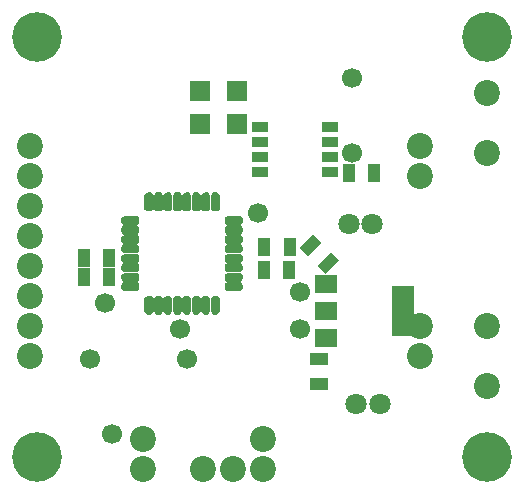
<source format=gbs>
%FSLAX34Y34*%
%MOMM*%
%LNSOLDERMASK_BOTTOM*%
G71*
G01*
%ADD10C, 4.20*%
%ADD11C, 1.70*%
%ADD12C, 2.20*%
%ADD13C, 0.20*%
%ADD14R, 0.70X0.70*%
%ADD15R, 1.00X1.63*%
%ADD16R, 1.63X1.00*%
%ADD17R, 1.80X1.80*%
%ADD18R, 1.90X1.60*%
%ADD19R, 1.90X4.20*%
%ADD20C, 1.80*%
%ADD21R, 1.40X0.92*%
%LPD*%
X412750Y162050D02*
G54D10*
D03*
X412750Y-193550D02*
G54D10*
D03*
X31750Y162050D02*
G54D10*
D03*
X31750Y-193550D02*
G54D10*
D03*
X254000Y-85600D02*
G54D11*
D03*
X254000Y-53850D02*
G54D11*
D03*
X298450Y63500D02*
G54D11*
D03*
X298450Y127000D02*
G54D11*
D03*
X355600Y69850D02*
G54D12*
D03*
X355600Y44450D02*
G54D12*
D03*
X25400Y69850D02*
G54D12*
D03*
X25400Y44450D02*
G54D12*
D03*
X25400Y19050D02*
G54D12*
D03*
X25400Y-6350D02*
G54D12*
D03*
X25400Y-31750D02*
G54D12*
D03*
X25400Y-57150D02*
G54D12*
D03*
X355600Y-82550D02*
G54D12*
D03*
X355600Y-107950D02*
G54D12*
D03*
X412750Y-133350D02*
G54D12*
D03*
X412750Y114300D02*
G54D12*
D03*
X412750Y63500D02*
G54D12*
D03*
X412750Y-82550D02*
G54D12*
D03*
X222683Y-178684D02*
G54D12*
D03*
X222683Y-204084D02*
G54D12*
D03*
X197283Y-204084D02*
G54D12*
D03*
X171880Y-204080D02*
G54D12*
D03*
X121083Y-204084D02*
G54D12*
D03*
X121083Y-178684D02*
G54D12*
D03*
X25400Y-82550D02*
G54D12*
D03*
X25400Y-107950D02*
G54D12*
D03*
X95250Y-174500D02*
G54D11*
D03*
X158750Y-111000D02*
G54D11*
D03*
X152400Y-85600D02*
G54D11*
D03*
X76200Y-111000D02*
G54D11*
D03*
X88900Y-63500D02*
G54D11*
D03*
X218892Y12714D02*
G54D11*
D03*
G36*
X205350Y7475D02*
X203350Y9475D01*
X192350Y9475D01*
X191350Y8475D01*
X191350Y4475D01*
X192350Y3475D01*
X203350Y3475D01*
X205350Y5475D01*
X205350Y7475D01*
G37*
G54D13*
X205350Y7475D02*
X203350Y9475D01*
X192350Y9475D01*
X191350Y8475D01*
X191350Y4475D01*
X192350Y3475D01*
X203350Y3475D01*
X205350Y5475D01*
X205350Y7475D01*
G36*
X205350Y-525D02*
X203350Y1475D01*
X192350Y1475D01*
X191350Y475D01*
X191350Y-3525D01*
X192350Y-4525D01*
X203350Y-4525D01*
X205350Y-2525D01*
X205350Y-525D01*
G37*
G54D13*
X205350Y-525D02*
X203350Y1475D01*
X192350Y1475D01*
X191350Y475D01*
X191350Y-3525D01*
X192350Y-4525D01*
X203350Y-4525D01*
X205350Y-2525D01*
X205350Y-525D01*
X196850Y6475D02*
G54D14*
D03*
X196850Y-1525D02*
G54D14*
D03*
G36*
X205350Y-8525D02*
X203350Y-6525D01*
X192350Y-6525D01*
X191350Y-7525D01*
X191350Y-11525D01*
X192350Y-12525D01*
X203350Y-12525D01*
X205350Y-10525D01*
X205350Y-8525D01*
G37*
G54D13*
X205350Y-8525D02*
X203350Y-6525D01*
X192350Y-6525D01*
X191350Y-7525D01*
X191350Y-11525D01*
X192350Y-12525D01*
X203350Y-12525D01*
X205350Y-10525D01*
X205350Y-8525D01*
G36*
X205350Y-16525D02*
X203350Y-14525D01*
X192350Y-14525D01*
X191350Y-15525D01*
X191350Y-19525D01*
X192350Y-20525D01*
X203350Y-20525D01*
X205350Y-18525D01*
X205350Y-16525D01*
G37*
G54D13*
X205350Y-16525D02*
X203350Y-14525D01*
X192350Y-14525D01*
X191350Y-15525D01*
X191350Y-19525D01*
X192350Y-20525D01*
X203350Y-20525D01*
X205350Y-18525D01*
X205350Y-16525D01*
X196850Y-9525D02*
G54D14*
D03*
X196850Y-17525D02*
G54D14*
D03*
G36*
X205350Y-24525D02*
X203350Y-22525D01*
X192350Y-22525D01*
X191350Y-23525D01*
X191350Y-27525D01*
X192350Y-28525D01*
X203350Y-28525D01*
X205350Y-26525D01*
X205350Y-24525D01*
G37*
G54D13*
X205350Y-24525D02*
X203350Y-22525D01*
X192350Y-22525D01*
X191350Y-23525D01*
X191350Y-27525D01*
X192350Y-28525D01*
X203350Y-28525D01*
X205350Y-26525D01*
X205350Y-24525D01*
G36*
X205350Y-32525D02*
X203350Y-30525D01*
X192350Y-30525D01*
X191350Y-31525D01*
X191350Y-35525D01*
X192350Y-36525D01*
X203350Y-36525D01*
X205350Y-34525D01*
X205350Y-32525D01*
G37*
G54D13*
X205350Y-32525D02*
X203350Y-30525D01*
X192350Y-30525D01*
X191350Y-31525D01*
X191350Y-35525D01*
X192350Y-36525D01*
X203350Y-36525D01*
X205350Y-34525D01*
X205350Y-32525D01*
X196850Y-25525D02*
G54D14*
D03*
X196850Y-33525D02*
G54D14*
D03*
G36*
X205350Y-40525D02*
X203350Y-38525D01*
X192350Y-38525D01*
X191350Y-39525D01*
X191350Y-43525D01*
X192350Y-44525D01*
X203350Y-44525D01*
X205350Y-42525D01*
X205350Y-40525D01*
G37*
G54D13*
X205350Y-40525D02*
X203350Y-38525D01*
X192350Y-38525D01*
X191350Y-39525D01*
X191350Y-43525D01*
X192350Y-44525D01*
X203350Y-44525D01*
X205350Y-42525D01*
X205350Y-40525D01*
G36*
X205350Y-48525D02*
X203350Y-46525D01*
X192350Y-46525D01*
X191350Y-47525D01*
X191350Y-51525D01*
X192350Y-52525D01*
X203350Y-52525D01*
X205350Y-50525D01*
X205350Y-48525D01*
G37*
G54D13*
X205350Y-48525D02*
X203350Y-46525D01*
X192350Y-46525D01*
X191350Y-47525D01*
X191350Y-51525D01*
X192350Y-52525D01*
X203350Y-52525D01*
X205350Y-50525D01*
X205350Y-48525D01*
X196850Y-41525D02*
G54D14*
D03*
X196850Y-49525D02*
G54D14*
D03*
G36*
X125350Y29475D02*
X123350Y27475D01*
X123350Y16475D01*
X124350Y15475D01*
X128350Y15475D01*
X129350Y16475D01*
X129350Y27475D01*
X127350Y29475D01*
X125350Y29475D01*
G37*
G54D13*
X125350Y29475D02*
X123350Y27475D01*
X123350Y16475D01*
X124350Y15475D01*
X128350Y15475D01*
X129350Y16475D01*
X129350Y27475D01*
X127350Y29475D01*
X125350Y29475D01*
G36*
X133350Y29475D02*
X131350Y27475D01*
X131350Y16475D01*
X132350Y15475D01*
X136350Y15475D01*
X137350Y16475D01*
X137350Y27475D01*
X135350Y29475D01*
X133350Y29475D01*
G37*
G54D13*
X133350Y29475D02*
X131350Y27475D01*
X131350Y16475D01*
X132350Y15475D01*
X136350Y15475D01*
X137350Y16475D01*
X137350Y27475D01*
X135350Y29475D01*
X133350Y29475D01*
X126350Y20975D02*
G54D14*
D03*
X134350Y20975D02*
G54D14*
D03*
G36*
X141350Y29475D02*
X139350Y27475D01*
X139350Y16475D01*
X140350Y15475D01*
X144350Y15475D01*
X145350Y16475D01*
X145350Y27475D01*
X143350Y29475D01*
X141350Y29475D01*
G37*
G54D13*
X141350Y29475D02*
X139350Y27475D01*
X139350Y16475D01*
X140350Y15475D01*
X144350Y15475D01*
X145350Y16475D01*
X145350Y27475D01*
X143350Y29475D01*
X141350Y29475D01*
G36*
X149350Y29475D02*
X147350Y27475D01*
X147350Y16475D01*
X148350Y15475D01*
X152350Y15475D01*
X153350Y16475D01*
X153350Y27475D01*
X151350Y29475D01*
X149350Y29475D01*
G37*
G54D13*
X149350Y29475D02*
X147350Y27475D01*
X147350Y16475D01*
X148350Y15475D01*
X152350Y15475D01*
X153350Y16475D01*
X153350Y27475D01*
X151350Y29475D01*
X149350Y29475D01*
X142350Y20975D02*
G54D14*
D03*
X150350Y20975D02*
G54D14*
D03*
G36*
X157350Y29475D02*
X155350Y27475D01*
X155350Y16475D01*
X156350Y15475D01*
X160350Y15475D01*
X161350Y16475D01*
X161350Y27475D01*
X159350Y29475D01*
X157350Y29475D01*
G37*
G54D13*
X157350Y29475D02*
X155350Y27475D01*
X155350Y16475D01*
X156350Y15475D01*
X160350Y15475D01*
X161350Y16475D01*
X161350Y27475D01*
X159350Y29475D01*
X157350Y29475D01*
G36*
X165350Y29475D02*
X163350Y27475D01*
X163350Y16475D01*
X164350Y15475D01*
X168350Y15475D01*
X169350Y16475D01*
X169350Y27475D01*
X167350Y29475D01*
X165350Y29475D01*
G37*
G54D13*
X165350Y29475D02*
X163350Y27475D01*
X163350Y16475D01*
X164350Y15475D01*
X168350Y15475D01*
X169350Y16475D01*
X169350Y27475D01*
X167350Y29475D01*
X165350Y29475D01*
X158350Y20975D02*
G54D14*
D03*
X166350Y20975D02*
G54D14*
D03*
G36*
X173350Y29475D02*
X171350Y27475D01*
X171350Y16475D01*
X172350Y15475D01*
X176350Y15475D01*
X177350Y16475D01*
X177350Y27475D01*
X175350Y29475D01*
X173350Y29475D01*
G37*
G54D13*
X173350Y29475D02*
X171350Y27475D01*
X171350Y16475D01*
X172350Y15475D01*
X176350Y15475D01*
X177350Y16475D01*
X177350Y27475D01*
X175350Y29475D01*
X173350Y29475D01*
G36*
X181350Y29475D02*
X179350Y27475D01*
X179350Y16475D01*
X180350Y15475D01*
X184350Y15475D01*
X185350Y16475D01*
X185350Y27475D01*
X183350Y29475D01*
X181350Y29475D01*
G37*
G54D13*
X181350Y29475D02*
X179350Y27475D01*
X179350Y16475D01*
X180350Y15475D01*
X184350Y15475D01*
X185350Y16475D01*
X185350Y27475D01*
X183350Y29475D01*
X181350Y29475D01*
X174350Y20975D02*
G54D14*
D03*
X182350Y20975D02*
G54D14*
D03*
G36*
X103350Y-50525D02*
X105350Y-52525D01*
X116350Y-52525D01*
X117350Y-51525D01*
X117350Y-47525D01*
X116350Y-46525D01*
X105350Y-46525D01*
X103350Y-48525D01*
X103350Y-50525D01*
G37*
G54D13*
X103350Y-50525D02*
X105350Y-52525D01*
X116350Y-52525D01*
X117350Y-51525D01*
X117350Y-47525D01*
X116350Y-46525D01*
X105350Y-46525D01*
X103350Y-48525D01*
X103350Y-50525D01*
G36*
X103350Y-42525D02*
X105350Y-44525D01*
X116350Y-44525D01*
X117350Y-43525D01*
X117350Y-39525D01*
X116350Y-38525D01*
X105350Y-38525D01*
X103350Y-40525D01*
X103350Y-42525D01*
G37*
G54D13*
X103350Y-42525D02*
X105350Y-44525D01*
X116350Y-44525D01*
X117350Y-43525D01*
X117350Y-39525D01*
X116350Y-38525D01*
X105350Y-38525D01*
X103350Y-40525D01*
X103350Y-42525D01*
X111850Y-49525D02*
G54D14*
D03*
X111850Y-41525D02*
G54D14*
D03*
G36*
X103350Y-34525D02*
X105350Y-36525D01*
X116350Y-36525D01*
X117350Y-35525D01*
X117350Y-31525D01*
X116350Y-30525D01*
X105350Y-30525D01*
X103350Y-32525D01*
X103350Y-34525D01*
G37*
G54D13*
X103350Y-34525D02*
X105350Y-36525D01*
X116350Y-36525D01*
X117350Y-35525D01*
X117350Y-31525D01*
X116350Y-30525D01*
X105350Y-30525D01*
X103350Y-32525D01*
X103350Y-34525D01*
G36*
X103350Y-26525D02*
X105350Y-28525D01*
X116350Y-28525D01*
X117350Y-27525D01*
X117350Y-23525D01*
X116350Y-22525D01*
X105350Y-22525D01*
X103350Y-24525D01*
X103350Y-26525D01*
G37*
G54D13*
X103350Y-26525D02*
X105350Y-28525D01*
X116350Y-28525D01*
X117350Y-27525D01*
X117350Y-23525D01*
X116350Y-22525D01*
X105350Y-22525D01*
X103350Y-24525D01*
X103350Y-26525D01*
X111850Y-33525D02*
G54D14*
D03*
X111850Y-25525D02*
G54D14*
D03*
G36*
X103350Y-18525D02*
X105350Y-20525D01*
X116350Y-20525D01*
X117350Y-19525D01*
X117350Y-15525D01*
X116350Y-14525D01*
X105350Y-14525D01*
X103350Y-16525D01*
X103350Y-18525D01*
G37*
G54D13*
X103350Y-18525D02*
X105350Y-20525D01*
X116350Y-20525D01*
X117350Y-19525D01*
X117350Y-15525D01*
X116350Y-14525D01*
X105350Y-14525D01*
X103350Y-16525D01*
X103350Y-18525D01*
G36*
X103350Y-10525D02*
X105350Y-12525D01*
X116350Y-12525D01*
X117350Y-11525D01*
X117350Y-7525D01*
X116350Y-6525D01*
X105350Y-6525D01*
X103350Y-8525D01*
X103350Y-10525D01*
G37*
G54D13*
X103350Y-10525D02*
X105350Y-12525D01*
X116350Y-12525D01*
X117350Y-11525D01*
X117350Y-7525D01*
X116350Y-6525D01*
X105350Y-6525D01*
X103350Y-8525D01*
X103350Y-10525D01*
X111850Y-17525D02*
G54D14*
D03*
X111850Y-9525D02*
G54D14*
D03*
G36*
X103350Y-2525D02*
X105350Y-4525D01*
X116350Y-4525D01*
X117350Y-3525D01*
X117350Y475D01*
X116350Y1475D01*
X105350Y1475D01*
X103350Y-525D01*
X103350Y-2525D01*
G37*
G54D13*
X103350Y-2525D02*
X105350Y-4525D01*
X116350Y-4525D01*
X117350Y-3525D01*
X117350Y475D01*
X116350Y1475D01*
X105350Y1475D01*
X103350Y-525D01*
X103350Y-2525D01*
G36*
X103350Y5475D02*
X105350Y3475D01*
X116350Y3475D01*
X117350Y4475D01*
X117350Y8475D01*
X116350Y9475D01*
X105350Y9475D01*
X103350Y7475D01*
X103350Y5475D01*
G37*
G54D13*
X103350Y5475D02*
X105350Y3475D01*
X116350Y3475D01*
X117350Y4475D01*
X117350Y8475D01*
X116350Y9475D01*
X105350Y9475D01*
X103350Y7475D01*
X103350Y5475D01*
X111850Y-1525D02*
G54D14*
D03*
X111850Y6475D02*
G54D14*
D03*
G36*
X183350Y-72525D02*
X185350Y-70525D01*
X185350Y-59525D01*
X184350Y-58525D01*
X180350Y-58525D01*
X179350Y-59525D01*
X179350Y-70525D01*
X181350Y-72525D01*
X183350Y-72525D01*
G37*
G54D13*
X183350Y-72525D02*
X185350Y-70525D01*
X185350Y-59525D01*
X184350Y-58525D01*
X180350Y-58525D01*
X179350Y-59525D01*
X179350Y-70525D01*
X181350Y-72525D01*
X183350Y-72525D01*
G36*
X175350Y-72525D02*
X177350Y-70525D01*
X177350Y-59525D01*
X176350Y-58525D01*
X172350Y-58525D01*
X171350Y-59525D01*
X171350Y-70525D01*
X173350Y-72525D01*
X175350Y-72525D01*
G37*
G54D13*
X175350Y-72525D02*
X177350Y-70525D01*
X177350Y-59525D01*
X176350Y-58525D01*
X172350Y-58525D01*
X171350Y-59525D01*
X171350Y-70525D01*
X173350Y-72525D01*
X175350Y-72525D01*
X182350Y-64025D02*
G54D14*
D03*
X174350Y-64025D02*
G54D14*
D03*
G36*
X167350Y-72525D02*
X169350Y-70525D01*
X169350Y-59525D01*
X168350Y-58525D01*
X164350Y-58525D01*
X163350Y-59525D01*
X163350Y-70525D01*
X165350Y-72525D01*
X167350Y-72525D01*
G37*
G54D13*
X167350Y-72525D02*
X169350Y-70525D01*
X169350Y-59525D01*
X168350Y-58525D01*
X164350Y-58525D01*
X163350Y-59525D01*
X163350Y-70525D01*
X165350Y-72525D01*
X167350Y-72525D01*
G36*
X159350Y-72525D02*
X161350Y-70525D01*
X161350Y-59525D01*
X160350Y-58525D01*
X156350Y-58525D01*
X155350Y-59525D01*
X155350Y-70525D01*
X157350Y-72525D01*
X159350Y-72525D01*
G37*
G54D13*
X159350Y-72525D02*
X161350Y-70525D01*
X161350Y-59525D01*
X160350Y-58525D01*
X156350Y-58525D01*
X155350Y-59525D01*
X155350Y-70525D01*
X157350Y-72525D01*
X159350Y-72525D01*
X166350Y-64025D02*
G54D14*
D03*
X158350Y-64025D02*
G54D14*
D03*
G36*
X151350Y-72525D02*
X153350Y-70525D01*
X153350Y-59525D01*
X152350Y-58525D01*
X148350Y-58525D01*
X147350Y-59525D01*
X147350Y-70525D01*
X149350Y-72525D01*
X151350Y-72525D01*
G37*
G54D13*
X151350Y-72525D02*
X153350Y-70525D01*
X153350Y-59525D01*
X152350Y-58525D01*
X148350Y-58525D01*
X147350Y-59525D01*
X147350Y-70525D01*
X149350Y-72525D01*
X151350Y-72525D01*
G36*
X143350Y-72525D02*
X145350Y-70525D01*
X145350Y-59525D01*
X144350Y-58525D01*
X140350Y-58525D01*
X139350Y-59525D01*
X139350Y-70525D01*
X141350Y-72525D01*
X143350Y-72525D01*
G37*
G54D13*
X143350Y-72525D02*
X145350Y-70525D01*
X145350Y-59525D01*
X144350Y-58525D01*
X140350Y-58525D01*
X139350Y-59525D01*
X139350Y-70525D01*
X141350Y-72525D01*
X143350Y-72525D01*
X150350Y-64025D02*
G54D14*
D03*
X142350Y-64025D02*
G54D14*
D03*
G36*
X135350Y-72525D02*
X137350Y-70525D01*
X137350Y-59525D01*
X136350Y-58525D01*
X132350Y-58525D01*
X131350Y-59525D01*
X131350Y-70525D01*
X133350Y-72525D01*
X135350Y-72525D01*
G37*
G54D13*
X135350Y-72525D02*
X137350Y-70525D01*
X137350Y-59525D01*
X136350Y-58525D01*
X132350Y-58525D01*
X131350Y-59525D01*
X131350Y-70525D01*
X133350Y-72525D01*
X135350Y-72525D01*
G36*
X127350Y-72525D02*
X129350Y-70525D01*
X129350Y-59525D01*
X128350Y-58525D01*
X124350Y-58525D01*
X123350Y-59525D01*
X123350Y-70525D01*
X125350Y-72525D01*
X127350Y-72525D01*
G37*
G54D13*
X127350Y-72525D02*
X129350Y-70525D01*
X129350Y-59525D01*
X128350Y-58525D01*
X124350Y-58525D01*
X123350Y-59525D01*
X123350Y-70525D01*
X125350Y-72525D01*
X127350Y-72525D01*
X134350Y-64025D02*
G54D14*
D03*
X126350Y-64025D02*
G54D14*
D03*
X224010Y-15892D02*
G54D15*
D03*
X245310Y-15858D02*
G54D15*
D03*
X223629Y-35410D02*
G54D15*
D03*
X244929Y-35376D02*
G54D15*
D03*
X71080Y-25645D02*
G54D15*
D03*
X92380Y-25611D02*
G54D15*
D03*
X71292Y-41613D02*
G54D15*
D03*
X92592Y-41580D02*
G54D15*
D03*
X295335Y46329D02*
G54D15*
D03*
X316635Y46362D02*
G54D15*
D03*
X270493Y-110378D02*
G54D16*
D03*
X270526Y-131678D02*
G54D16*
D03*
G36*
X276077Y-38777D02*
X269006Y-31706D01*
X280532Y-20180D01*
X287603Y-27251D01*
X276077Y-38777D01*
G37*
G36*
X260992Y-23740D02*
X253921Y-16669D01*
X265447Y-5143D01*
X272518Y-12214D01*
X260992Y-23740D01*
G37*
X169389Y116081D02*
G54D17*
D03*
X169389Y88081D02*
G54D17*
D03*
X201139Y116081D02*
G54D17*
D03*
X201139Y88081D02*
G54D17*
D03*
X276354Y-92828D02*
G54D18*
D03*
X276354Y-69828D02*
G54D18*
D03*
X276354Y-46828D02*
G54D18*
D03*
X341354Y-69828D02*
G54D19*
D03*
X295493Y3934D02*
G54D20*
D03*
X315493Y3934D02*
G54D20*
D03*
X301843Y-148466D02*
G54D20*
D03*
X321843Y-148466D02*
G54D20*
D03*
X220551Y47750D02*
G54D21*
D03*
X279451Y47750D02*
G54D21*
D03*
X220551Y60450D02*
G54D21*
D03*
X279451Y60450D02*
G54D21*
D03*
X220551Y73150D02*
G54D21*
D03*
X279451Y73150D02*
G54D21*
D03*
X220551Y85850D02*
G54D21*
D03*
X279451Y85850D02*
G54D21*
D03*
M02*

</source>
